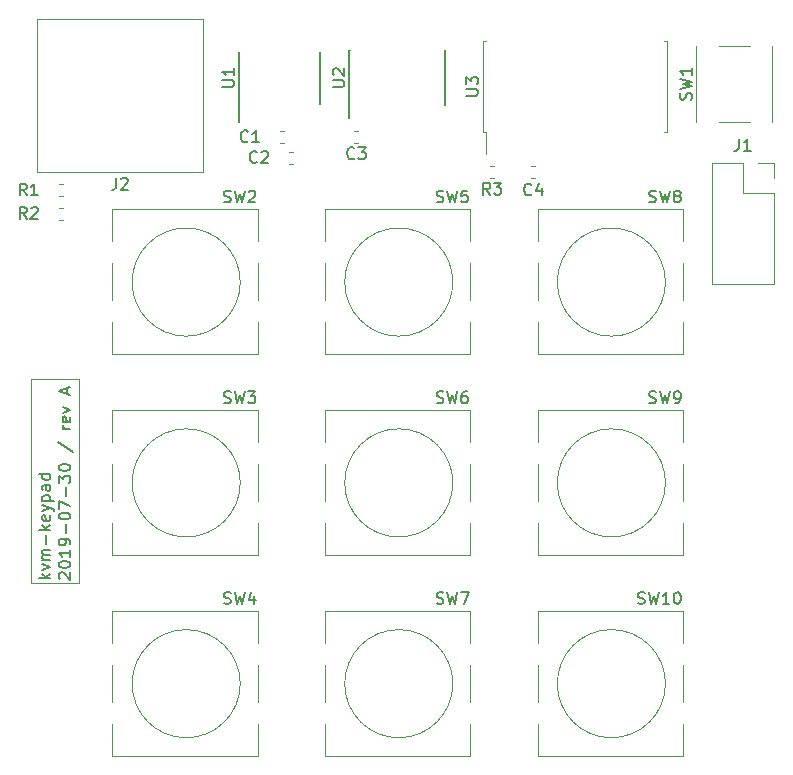
<source format=gbr>
G04 #@! TF.GenerationSoftware,KiCad,Pcbnew,5.1.2-f72e74a~84~ubuntu18.04.1*
G04 #@! TF.CreationDate,2019-07-30T17:21:04-04:00*
G04 #@! TF.ProjectId,kvm-keypad,6b766d2d-6b65-4797-9061-642e6b696361,rev?*
G04 #@! TF.SameCoordinates,Original*
G04 #@! TF.FileFunction,Legend,Top*
G04 #@! TF.FilePolarity,Positive*
%FSLAX46Y46*%
G04 Gerber Fmt 4.6, Leading zero omitted, Abs format (unit mm)*
G04 Created by KiCad (PCBNEW 5.1.2-f72e74a~84~ubuntu18.04.1) date 2019-07-30 17:21:04*
%MOMM*%
%LPD*%
G04 APERTURE LIST*
%ADD10C,0.120000*%
%ADD11C,0.200000*%
%ADD12C,0.150000*%
G04 APERTURE END LIST*
D10*
X35500000Y-61000000D02*
X31500000Y-61000000D01*
X35500000Y-78250000D02*
X35500000Y-61000000D01*
X31500000Y-78250000D02*
X35500000Y-78250000D01*
X31500000Y-61000000D02*
X31500000Y-78250000D01*
D11*
X33102380Y-77881904D02*
X32102380Y-77881904D01*
X32721428Y-77786666D02*
X33102380Y-77500952D01*
X32435714Y-77500952D02*
X32816666Y-77881904D01*
X32435714Y-77167619D02*
X33102380Y-76929523D01*
X32435714Y-76691428D01*
X33102380Y-76310476D02*
X32435714Y-76310476D01*
X32530952Y-76310476D02*
X32483333Y-76262857D01*
X32435714Y-76167619D01*
X32435714Y-76024761D01*
X32483333Y-75929523D01*
X32578571Y-75881904D01*
X33102380Y-75881904D01*
X32578571Y-75881904D02*
X32483333Y-75834285D01*
X32435714Y-75739047D01*
X32435714Y-75596190D01*
X32483333Y-75500952D01*
X32578571Y-75453333D01*
X33102380Y-75453333D01*
X32721428Y-74977142D02*
X32721428Y-74215238D01*
X33102380Y-73739047D02*
X32102380Y-73739047D01*
X32721428Y-73643809D02*
X33102380Y-73358095D01*
X32435714Y-73358095D02*
X32816666Y-73739047D01*
X33054761Y-72548571D02*
X33102380Y-72643809D01*
X33102380Y-72834285D01*
X33054761Y-72929523D01*
X32959523Y-72977142D01*
X32578571Y-72977142D01*
X32483333Y-72929523D01*
X32435714Y-72834285D01*
X32435714Y-72643809D01*
X32483333Y-72548571D01*
X32578571Y-72500952D01*
X32673809Y-72500952D01*
X32769047Y-72977142D01*
X32435714Y-72167619D02*
X33102380Y-71929523D01*
X32435714Y-71691428D02*
X33102380Y-71929523D01*
X33340476Y-72024761D01*
X33388095Y-72072380D01*
X33435714Y-72167619D01*
X32435714Y-71310476D02*
X33435714Y-71310476D01*
X32483333Y-71310476D02*
X32435714Y-71215238D01*
X32435714Y-71024761D01*
X32483333Y-70929523D01*
X32530952Y-70881904D01*
X32626190Y-70834285D01*
X32911904Y-70834285D01*
X33007142Y-70881904D01*
X33054761Y-70929523D01*
X33102380Y-71024761D01*
X33102380Y-71215238D01*
X33054761Y-71310476D01*
X33102380Y-69977142D02*
X32578571Y-69977142D01*
X32483333Y-70024761D01*
X32435714Y-70120000D01*
X32435714Y-70310476D01*
X32483333Y-70405714D01*
X33054761Y-69977142D02*
X33102380Y-70072380D01*
X33102380Y-70310476D01*
X33054761Y-70405714D01*
X32959523Y-70453333D01*
X32864285Y-70453333D01*
X32769047Y-70405714D01*
X32721428Y-70310476D01*
X32721428Y-70072380D01*
X32673809Y-69977142D01*
X33102380Y-69072380D02*
X32102380Y-69072380D01*
X33054761Y-69072380D02*
X33102380Y-69167619D01*
X33102380Y-69358095D01*
X33054761Y-69453333D01*
X33007142Y-69500952D01*
X32911904Y-69548571D01*
X32626190Y-69548571D01*
X32530952Y-69500952D01*
X32483333Y-69453333D01*
X32435714Y-69358095D01*
X32435714Y-69167619D01*
X32483333Y-69072380D01*
X33897619Y-77929523D02*
X33850000Y-77881904D01*
X33802380Y-77786666D01*
X33802380Y-77548571D01*
X33850000Y-77453333D01*
X33897619Y-77405714D01*
X33992857Y-77358095D01*
X34088095Y-77358095D01*
X34230952Y-77405714D01*
X34802380Y-77977142D01*
X34802380Y-77358095D01*
X33802380Y-76739047D02*
X33802380Y-76643809D01*
X33850000Y-76548571D01*
X33897619Y-76500952D01*
X33992857Y-76453333D01*
X34183333Y-76405714D01*
X34421428Y-76405714D01*
X34611904Y-76453333D01*
X34707142Y-76500952D01*
X34754761Y-76548571D01*
X34802380Y-76643809D01*
X34802380Y-76739047D01*
X34754761Y-76834285D01*
X34707142Y-76881904D01*
X34611904Y-76929523D01*
X34421428Y-76977142D01*
X34183333Y-76977142D01*
X33992857Y-76929523D01*
X33897619Y-76881904D01*
X33850000Y-76834285D01*
X33802380Y-76739047D01*
X34802380Y-75453333D02*
X34802380Y-76024761D01*
X34802380Y-75739047D02*
X33802380Y-75739047D01*
X33945238Y-75834285D01*
X34040476Y-75929523D01*
X34088095Y-76024761D01*
X34802380Y-74977142D02*
X34802380Y-74786666D01*
X34754761Y-74691428D01*
X34707142Y-74643809D01*
X34564285Y-74548571D01*
X34373809Y-74500952D01*
X33992857Y-74500952D01*
X33897619Y-74548571D01*
X33850000Y-74596190D01*
X33802380Y-74691428D01*
X33802380Y-74881904D01*
X33850000Y-74977142D01*
X33897619Y-75024761D01*
X33992857Y-75072380D01*
X34230952Y-75072380D01*
X34326190Y-75024761D01*
X34373809Y-74977142D01*
X34421428Y-74881904D01*
X34421428Y-74691428D01*
X34373809Y-74596190D01*
X34326190Y-74548571D01*
X34230952Y-74500952D01*
X34421428Y-74072380D02*
X34421428Y-73310476D01*
X33802380Y-72643809D02*
X33802380Y-72548571D01*
X33850000Y-72453333D01*
X33897619Y-72405714D01*
X33992857Y-72358095D01*
X34183333Y-72310476D01*
X34421428Y-72310476D01*
X34611904Y-72358095D01*
X34707142Y-72405714D01*
X34754761Y-72453333D01*
X34802380Y-72548571D01*
X34802380Y-72643809D01*
X34754761Y-72739047D01*
X34707142Y-72786666D01*
X34611904Y-72834285D01*
X34421428Y-72881904D01*
X34183333Y-72881904D01*
X33992857Y-72834285D01*
X33897619Y-72786666D01*
X33850000Y-72739047D01*
X33802380Y-72643809D01*
X33802380Y-71977142D02*
X33802380Y-71310476D01*
X34802380Y-71739047D01*
X34421428Y-70929523D02*
X34421428Y-70167619D01*
X33802380Y-69786666D02*
X33802380Y-69167619D01*
X34183333Y-69500952D01*
X34183333Y-69358095D01*
X34230952Y-69262857D01*
X34278571Y-69215238D01*
X34373809Y-69167619D01*
X34611904Y-69167619D01*
X34707142Y-69215238D01*
X34754761Y-69262857D01*
X34802380Y-69358095D01*
X34802380Y-69643809D01*
X34754761Y-69739047D01*
X34707142Y-69786666D01*
X33802380Y-68548571D02*
X33802380Y-68453333D01*
X33850000Y-68358095D01*
X33897619Y-68310476D01*
X33992857Y-68262857D01*
X34183333Y-68215238D01*
X34421428Y-68215238D01*
X34611904Y-68262857D01*
X34707142Y-68310476D01*
X34754761Y-68358095D01*
X34802380Y-68453333D01*
X34802380Y-68548571D01*
X34754761Y-68643809D01*
X34707142Y-68691428D01*
X34611904Y-68739047D01*
X34421428Y-68786666D01*
X34183333Y-68786666D01*
X33992857Y-68739047D01*
X33897619Y-68691428D01*
X33850000Y-68643809D01*
X33802380Y-68548571D01*
X33754761Y-66310476D02*
X35040476Y-67167619D01*
X34802380Y-65215238D02*
X34135714Y-65215238D01*
X34326190Y-65215238D02*
X34230952Y-65167619D01*
X34183333Y-65120000D01*
X34135714Y-65024761D01*
X34135714Y-64929523D01*
X34754761Y-64215238D02*
X34802380Y-64310476D01*
X34802380Y-64500952D01*
X34754761Y-64596190D01*
X34659523Y-64643809D01*
X34278571Y-64643809D01*
X34183333Y-64596190D01*
X34135714Y-64500952D01*
X34135714Y-64310476D01*
X34183333Y-64215238D01*
X34278571Y-64167619D01*
X34373809Y-64167619D01*
X34469047Y-64643809D01*
X34135714Y-63834285D02*
X34802380Y-63596190D01*
X34135714Y-63358095D01*
X34516666Y-62262857D02*
X34516666Y-61786666D01*
X34802380Y-62358095D02*
X33802380Y-62024761D01*
X34802380Y-61691428D01*
D10*
X52921267Y-39990000D02*
X52578733Y-39990000D01*
X52921267Y-41010000D02*
X52578733Y-41010000D01*
X53671267Y-42760000D02*
X53328733Y-42760000D01*
X53671267Y-41740000D02*
X53328733Y-41740000D01*
X59171267Y-41010000D02*
X58828733Y-41010000D01*
X59171267Y-39990000D02*
X58828733Y-39990000D01*
X73828733Y-44010000D02*
X74171267Y-44010000D01*
X73828733Y-42990000D02*
X74171267Y-42990000D01*
X93000000Y-42670000D02*
X94330000Y-42670000D01*
X94330000Y-42670000D02*
X94330000Y-44000000D01*
X91730000Y-42670000D02*
X91730000Y-45270000D01*
X91730000Y-45270000D02*
X94330000Y-45270000D01*
X94330000Y-45270000D02*
X94330000Y-52950000D01*
X89130000Y-52950000D02*
X94330000Y-52950000D01*
X89130000Y-42670000D02*
X89130000Y-52950000D01*
X89130000Y-42670000D02*
X91730000Y-42670000D01*
X46000000Y-30500000D02*
X32000000Y-30500000D01*
X46000000Y-43500000D02*
X32000000Y-43500000D01*
X46000000Y-43500000D02*
X46000000Y-30500000D01*
X32000000Y-30500000D02*
X32000000Y-43500000D01*
X33828733Y-44490000D02*
X34171267Y-44490000D01*
X33828733Y-45510000D02*
X34171267Y-45510000D01*
X33828733Y-47510000D02*
X34171267Y-47510000D01*
X33828733Y-46490000D02*
X34171267Y-46490000D01*
X70671267Y-44010000D02*
X70328733Y-44010000D01*
X70671267Y-42990000D02*
X70328733Y-42990000D01*
X87770000Y-32770000D02*
X87800000Y-32770000D01*
X94230000Y-32770000D02*
X94200000Y-32770000D01*
X94230000Y-39230000D02*
X94200000Y-39230000D01*
X87800000Y-39230000D02*
X87770000Y-39230000D01*
X89700000Y-32770000D02*
X92300000Y-32770000D01*
X87770000Y-39230000D02*
X87770000Y-32770000D01*
X89700000Y-39230000D02*
X92300000Y-39230000D01*
X94230000Y-39230000D02*
X94230000Y-32770000D01*
X38350000Y-46600000D02*
X50650000Y-46600000D01*
X50650000Y-51180000D02*
X50650000Y-54320000D01*
X50650000Y-58900000D02*
X38350000Y-58900000D01*
X38350000Y-49320000D02*
X38350000Y-46600000D01*
X49179050Y-52790000D02*
G75*
G03X49179050Y-52790000I-4579050J0D01*
G01*
X38350000Y-58900000D02*
X38350000Y-56180000D01*
X38350000Y-54320000D02*
X38350000Y-51180000D01*
X50650000Y-56180000D02*
X50650000Y-58900000D01*
X50650000Y-46600000D02*
X50650000Y-49320000D01*
X50650000Y-63600000D02*
X50650000Y-66320000D01*
X50650000Y-73180000D02*
X50650000Y-75900000D01*
X38350000Y-71320000D02*
X38350000Y-68180000D01*
X38350000Y-75900000D02*
X38350000Y-73180000D01*
X49179050Y-69790000D02*
G75*
G03X49179050Y-69790000I-4579050J0D01*
G01*
X38350000Y-66320000D02*
X38350000Y-63600000D01*
X50650000Y-75900000D02*
X38350000Y-75900000D01*
X50650000Y-68180000D02*
X50650000Y-71320000D01*
X38350000Y-63600000D02*
X50650000Y-63600000D01*
X50650000Y-80600000D02*
X50650000Y-83320000D01*
X50650000Y-90180000D02*
X50650000Y-92900000D01*
X38350000Y-88320000D02*
X38350000Y-85180000D01*
X38350000Y-92900000D02*
X38350000Y-90180000D01*
X49179050Y-86790000D02*
G75*
G03X49179050Y-86790000I-4579050J0D01*
G01*
X38350000Y-83320000D02*
X38350000Y-80600000D01*
X50650000Y-92900000D02*
X38350000Y-92900000D01*
X50650000Y-85180000D02*
X50650000Y-88320000D01*
X38350000Y-80600000D02*
X50650000Y-80600000D01*
X68650000Y-46600000D02*
X68650000Y-49320000D01*
X68650000Y-56180000D02*
X68650000Y-58900000D01*
X56350000Y-54320000D02*
X56350000Y-51180000D01*
X56350000Y-58900000D02*
X56350000Y-56180000D01*
X67179050Y-52790000D02*
G75*
G03X67179050Y-52790000I-4579050J0D01*
G01*
X56350000Y-49320000D02*
X56350000Y-46600000D01*
X68650000Y-58900000D02*
X56350000Y-58900000D01*
X68650000Y-51180000D02*
X68650000Y-54320000D01*
X56350000Y-46600000D02*
X68650000Y-46600000D01*
X56350000Y-63600000D02*
X68650000Y-63600000D01*
X68650000Y-68180000D02*
X68650000Y-71320000D01*
X68650000Y-75900000D02*
X56350000Y-75900000D01*
X56350000Y-66320000D02*
X56350000Y-63600000D01*
X67179050Y-69790000D02*
G75*
G03X67179050Y-69790000I-4579050J0D01*
G01*
X56350000Y-75900000D02*
X56350000Y-73180000D01*
X56350000Y-71320000D02*
X56350000Y-68180000D01*
X68650000Y-73180000D02*
X68650000Y-75900000D01*
X68650000Y-63600000D02*
X68650000Y-66320000D01*
X56350000Y-80600000D02*
X68650000Y-80600000D01*
X68650000Y-85180000D02*
X68650000Y-88320000D01*
X68650000Y-92900000D02*
X56350000Y-92900000D01*
X56350000Y-83320000D02*
X56350000Y-80600000D01*
X67179050Y-86790000D02*
G75*
G03X67179050Y-86790000I-4579050J0D01*
G01*
X56350000Y-92900000D02*
X56350000Y-90180000D01*
X56350000Y-88320000D02*
X56350000Y-85180000D01*
X68650000Y-90180000D02*
X68650000Y-92900000D01*
X68650000Y-80600000D02*
X68650000Y-83320000D01*
X74350000Y-46600000D02*
X86650000Y-46600000D01*
X86650000Y-51180000D02*
X86650000Y-54320000D01*
X86650000Y-58900000D02*
X74350000Y-58900000D01*
X74350000Y-49320000D02*
X74350000Y-46600000D01*
X85179050Y-52790000D02*
G75*
G03X85179050Y-52790000I-4579050J0D01*
G01*
X74350000Y-58900000D02*
X74350000Y-56180000D01*
X74350000Y-54320000D02*
X74350000Y-51180000D01*
X86650000Y-56180000D02*
X86650000Y-58900000D01*
X86650000Y-46600000D02*
X86650000Y-49320000D01*
X86650000Y-63600000D02*
X86650000Y-66320000D01*
X86650000Y-73180000D02*
X86650000Y-75900000D01*
X74350000Y-71320000D02*
X74350000Y-68180000D01*
X74350000Y-75900000D02*
X74350000Y-73180000D01*
X85179050Y-69790000D02*
G75*
G03X85179050Y-69790000I-4579050J0D01*
G01*
X74350000Y-66320000D02*
X74350000Y-63600000D01*
X86650000Y-75900000D02*
X74350000Y-75900000D01*
X86650000Y-68180000D02*
X86650000Y-71320000D01*
X74350000Y-63600000D02*
X86650000Y-63600000D01*
X86650000Y-80600000D02*
X86650000Y-83320000D01*
X86650000Y-90180000D02*
X86650000Y-92900000D01*
X74350000Y-88320000D02*
X74350000Y-85180000D01*
X74350000Y-92900000D02*
X74350000Y-90180000D01*
X85179050Y-86790000D02*
G75*
G03X85179050Y-86790000I-4579050J0D01*
G01*
X74350000Y-83320000D02*
X74350000Y-80600000D01*
X86650000Y-92900000D02*
X74350000Y-92900000D01*
X86650000Y-85180000D02*
X86650000Y-88320000D01*
X74350000Y-80600000D02*
X86650000Y-80600000D01*
D12*
X55950000Y-37725000D02*
X55950000Y-33275000D01*
X49050000Y-39250000D02*
X49050000Y-33275000D01*
X58475000Y-33175000D02*
X58500000Y-33175000D01*
X66525000Y-33175000D02*
X66500000Y-33175000D01*
X66525000Y-37825000D02*
X66500000Y-37825000D01*
X58425000Y-38900000D02*
X58425000Y-33175000D01*
X66525000Y-37825000D02*
X66525000Y-33175000D01*
D10*
X85310000Y-36250000D02*
X85310000Y-32390000D01*
X85310000Y-32390000D02*
X85045000Y-32390000D01*
X85310000Y-36250000D02*
X85310000Y-40110000D01*
X85310000Y-40110000D02*
X85045000Y-40110000D01*
X69690000Y-36250000D02*
X69690000Y-32390000D01*
X69690000Y-32390000D02*
X69955000Y-32390000D01*
X69690000Y-36250000D02*
X69690000Y-40110000D01*
X69690000Y-40110000D02*
X69955000Y-40110000D01*
X69955000Y-40110000D02*
X69955000Y-41925000D01*
D12*
X49833333Y-40857142D02*
X49785714Y-40904761D01*
X49642857Y-40952380D01*
X49547619Y-40952380D01*
X49404761Y-40904761D01*
X49309523Y-40809523D01*
X49261904Y-40714285D01*
X49214285Y-40523809D01*
X49214285Y-40380952D01*
X49261904Y-40190476D01*
X49309523Y-40095238D01*
X49404761Y-40000000D01*
X49547619Y-39952380D01*
X49642857Y-39952380D01*
X49785714Y-40000000D01*
X49833333Y-40047619D01*
X50785714Y-40952380D02*
X50214285Y-40952380D01*
X50500000Y-40952380D02*
X50500000Y-39952380D01*
X50404761Y-40095238D01*
X50309523Y-40190476D01*
X50214285Y-40238095D01*
X50583333Y-42607142D02*
X50535714Y-42654761D01*
X50392857Y-42702380D01*
X50297619Y-42702380D01*
X50154761Y-42654761D01*
X50059523Y-42559523D01*
X50011904Y-42464285D01*
X49964285Y-42273809D01*
X49964285Y-42130952D01*
X50011904Y-41940476D01*
X50059523Y-41845238D01*
X50154761Y-41750000D01*
X50297619Y-41702380D01*
X50392857Y-41702380D01*
X50535714Y-41750000D01*
X50583333Y-41797619D01*
X50964285Y-41797619D02*
X51011904Y-41750000D01*
X51107142Y-41702380D01*
X51345238Y-41702380D01*
X51440476Y-41750000D01*
X51488095Y-41797619D01*
X51535714Y-41892857D01*
X51535714Y-41988095D01*
X51488095Y-42130952D01*
X50916666Y-42702380D01*
X51535714Y-42702380D01*
X58833333Y-42287142D02*
X58785714Y-42334761D01*
X58642857Y-42382380D01*
X58547619Y-42382380D01*
X58404761Y-42334761D01*
X58309523Y-42239523D01*
X58261904Y-42144285D01*
X58214285Y-41953809D01*
X58214285Y-41810952D01*
X58261904Y-41620476D01*
X58309523Y-41525238D01*
X58404761Y-41430000D01*
X58547619Y-41382380D01*
X58642857Y-41382380D01*
X58785714Y-41430000D01*
X58833333Y-41477619D01*
X59166666Y-41382380D02*
X59785714Y-41382380D01*
X59452380Y-41763333D01*
X59595238Y-41763333D01*
X59690476Y-41810952D01*
X59738095Y-41858571D01*
X59785714Y-41953809D01*
X59785714Y-42191904D01*
X59738095Y-42287142D01*
X59690476Y-42334761D01*
X59595238Y-42382380D01*
X59309523Y-42382380D01*
X59214285Y-42334761D01*
X59166666Y-42287142D01*
X73833333Y-45357142D02*
X73785714Y-45404761D01*
X73642857Y-45452380D01*
X73547619Y-45452380D01*
X73404761Y-45404761D01*
X73309523Y-45309523D01*
X73261904Y-45214285D01*
X73214285Y-45023809D01*
X73214285Y-44880952D01*
X73261904Y-44690476D01*
X73309523Y-44595238D01*
X73404761Y-44500000D01*
X73547619Y-44452380D01*
X73642857Y-44452380D01*
X73785714Y-44500000D01*
X73833333Y-44547619D01*
X74690476Y-44785714D02*
X74690476Y-45452380D01*
X74452380Y-44404761D02*
X74214285Y-45119047D01*
X74833333Y-45119047D01*
X91396666Y-40682380D02*
X91396666Y-41396666D01*
X91349047Y-41539523D01*
X91253809Y-41634761D01*
X91110952Y-41682380D01*
X91015714Y-41682380D01*
X92396666Y-41682380D02*
X91825238Y-41682380D01*
X92110952Y-41682380D02*
X92110952Y-40682380D01*
X92015714Y-40825238D01*
X91920476Y-40920476D01*
X91825238Y-40968095D01*
X38666666Y-43952380D02*
X38666666Y-44666666D01*
X38619047Y-44809523D01*
X38523809Y-44904761D01*
X38380952Y-44952380D01*
X38285714Y-44952380D01*
X39095238Y-44047619D02*
X39142857Y-44000000D01*
X39238095Y-43952380D01*
X39476190Y-43952380D01*
X39571428Y-44000000D01*
X39619047Y-44047619D01*
X39666666Y-44142857D01*
X39666666Y-44238095D01*
X39619047Y-44380952D01*
X39047619Y-44952380D01*
X39666666Y-44952380D01*
X31083333Y-45452380D02*
X30750000Y-44976190D01*
X30511904Y-45452380D02*
X30511904Y-44452380D01*
X30892857Y-44452380D01*
X30988095Y-44500000D01*
X31035714Y-44547619D01*
X31083333Y-44642857D01*
X31083333Y-44785714D01*
X31035714Y-44880952D01*
X30988095Y-44928571D01*
X30892857Y-44976190D01*
X30511904Y-44976190D01*
X32035714Y-45452380D02*
X31464285Y-45452380D01*
X31750000Y-45452380D02*
X31750000Y-44452380D01*
X31654761Y-44595238D01*
X31559523Y-44690476D01*
X31464285Y-44738095D01*
X31083333Y-47452380D02*
X30750000Y-46976190D01*
X30511904Y-47452380D02*
X30511904Y-46452380D01*
X30892857Y-46452380D01*
X30988095Y-46500000D01*
X31035714Y-46547619D01*
X31083333Y-46642857D01*
X31083333Y-46785714D01*
X31035714Y-46880952D01*
X30988095Y-46928571D01*
X30892857Y-46976190D01*
X30511904Y-46976190D01*
X31464285Y-46547619D02*
X31511904Y-46500000D01*
X31607142Y-46452380D01*
X31845238Y-46452380D01*
X31940476Y-46500000D01*
X31988095Y-46547619D01*
X32035714Y-46642857D01*
X32035714Y-46738095D01*
X31988095Y-46880952D01*
X31416666Y-47452380D01*
X32035714Y-47452380D01*
X70333333Y-45382380D02*
X70000000Y-44906190D01*
X69761904Y-45382380D02*
X69761904Y-44382380D01*
X70142857Y-44382380D01*
X70238095Y-44430000D01*
X70285714Y-44477619D01*
X70333333Y-44572857D01*
X70333333Y-44715714D01*
X70285714Y-44810952D01*
X70238095Y-44858571D01*
X70142857Y-44906190D01*
X69761904Y-44906190D01*
X70666666Y-44382380D02*
X71285714Y-44382380D01*
X70952380Y-44763333D01*
X71095238Y-44763333D01*
X71190476Y-44810952D01*
X71238095Y-44858571D01*
X71285714Y-44953809D01*
X71285714Y-45191904D01*
X71238095Y-45287142D01*
X71190476Y-45334761D01*
X71095238Y-45382380D01*
X70809523Y-45382380D01*
X70714285Y-45334761D01*
X70666666Y-45287142D01*
X87354761Y-37333333D02*
X87402380Y-37190476D01*
X87402380Y-36952380D01*
X87354761Y-36857142D01*
X87307142Y-36809523D01*
X87211904Y-36761904D01*
X87116666Y-36761904D01*
X87021428Y-36809523D01*
X86973809Y-36857142D01*
X86926190Y-36952380D01*
X86878571Y-37142857D01*
X86830952Y-37238095D01*
X86783333Y-37285714D01*
X86688095Y-37333333D01*
X86592857Y-37333333D01*
X86497619Y-37285714D01*
X86450000Y-37238095D01*
X86402380Y-37142857D01*
X86402380Y-36904761D01*
X86450000Y-36761904D01*
X86402380Y-36428571D02*
X87402380Y-36190476D01*
X86688095Y-36000000D01*
X87402380Y-35809523D01*
X86402380Y-35571428D01*
X87402380Y-34666666D02*
X87402380Y-35238095D01*
X87402380Y-34952380D02*
X86402380Y-34952380D01*
X86545238Y-35047619D01*
X86640476Y-35142857D01*
X86688095Y-35238095D01*
X47795357Y-45994761D02*
X47938214Y-46042380D01*
X48176309Y-46042380D01*
X48271547Y-45994761D01*
X48319166Y-45947142D01*
X48366785Y-45851904D01*
X48366785Y-45756666D01*
X48319166Y-45661428D01*
X48271547Y-45613809D01*
X48176309Y-45566190D01*
X47985833Y-45518571D01*
X47890595Y-45470952D01*
X47842976Y-45423333D01*
X47795357Y-45328095D01*
X47795357Y-45232857D01*
X47842976Y-45137619D01*
X47890595Y-45090000D01*
X47985833Y-45042380D01*
X48223928Y-45042380D01*
X48366785Y-45090000D01*
X48700119Y-45042380D02*
X48938214Y-46042380D01*
X49128690Y-45328095D01*
X49319166Y-46042380D01*
X49557261Y-45042380D01*
X49890595Y-45137619D02*
X49938214Y-45090000D01*
X50033452Y-45042380D01*
X50271547Y-45042380D01*
X50366785Y-45090000D01*
X50414404Y-45137619D01*
X50462023Y-45232857D01*
X50462023Y-45328095D01*
X50414404Y-45470952D01*
X49842976Y-46042380D01*
X50462023Y-46042380D01*
X47795357Y-62994761D02*
X47938214Y-63042380D01*
X48176309Y-63042380D01*
X48271547Y-62994761D01*
X48319166Y-62947142D01*
X48366785Y-62851904D01*
X48366785Y-62756666D01*
X48319166Y-62661428D01*
X48271547Y-62613809D01*
X48176309Y-62566190D01*
X47985833Y-62518571D01*
X47890595Y-62470952D01*
X47842976Y-62423333D01*
X47795357Y-62328095D01*
X47795357Y-62232857D01*
X47842976Y-62137619D01*
X47890595Y-62090000D01*
X47985833Y-62042380D01*
X48223928Y-62042380D01*
X48366785Y-62090000D01*
X48700119Y-62042380D02*
X48938214Y-63042380D01*
X49128690Y-62328095D01*
X49319166Y-63042380D01*
X49557261Y-62042380D01*
X49842976Y-62042380D02*
X50462023Y-62042380D01*
X50128690Y-62423333D01*
X50271547Y-62423333D01*
X50366785Y-62470952D01*
X50414404Y-62518571D01*
X50462023Y-62613809D01*
X50462023Y-62851904D01*
X50414404Y-62947142D01*
X50366785Y-62994761D01*
X50271547Y-63042380D01*
X49985833Y-63042380D01*
X49890595Y-62994761D01*
X49842976Y-62947142D01*
X47795357Y-79994761D02*
X47938214Y-80042380D01*
X48176309Y-80042380D01*
X48271547Y-79994761D01*
X48319166Y-79947142D01*
X48366785Y-79851904D01*
X48366785Y-79756666D01*
X48319166Y-79661428D01*
X48271547Y-79613809D01*
X48176309Y-79566190D01*
X47985833Y-79518571D01*
X47890595Y-79470952D01*
X47842976Y-79423333D01*
X47795357Y-79328095D01*
X47795357Y-79232857D01*
X47842976Y-79137619D01*
X47890595Y-79090000D01*
X47985833Y-79042380D01*
X48223928Y-79042380D01*
X48366785Y-79090000D01*
X48700119Y-79042380D02*
X48938214Y-80042380D01*
X49128690Y-79328095D01*
X49319166Y-80042380D01*
X49557261Y-79042380D01*
X50366785Y-79375714D02*
X50366785Y-80042380D01*
X50128690Y-78994761D02*
X49890595Y-79709047D01*
X50509642Y-79709047D01*
X65795357Y-45994761D02*
X65938214Y-46042380D01*
X66176309Y-46042380D01*
X66271547Y-45994761D01*
X66319166Y-45947142D01*
X66366785Y-45851904D01*
X66366785Y-45756666D01*
X66319166Y-45661428D01*
X66271547Y-45613809D01*
X66176309Y-45566190D01*
X65985833Y-45518571D01*
X65890595Y-45470952D01*
X65842976Y-45423333D01*
X65795357Y-45328095D01*
X65795357Y-45232857D01*
X65842976Y-45137619D01*
X65890595Y-45090000D01*
X65985833Y-45042380D01*
X66223928Y-45042380D01*
X66366785Y-45090000D01*
X66700119Y-45042380D02*
X66938214Y-46042380D01*
X67128690Y-45328095D01*
X67319166Y-46042380D01*
X67557261Y-45042380D01*
X68414404Y-45042380D02*
X67938214Y-45042380D01*
X67890595Y-45518571D01*
X67938214Y-45470952D01*
X68033452Y-45423333D01*
X68271547Y-45423333D01*
X68366785Y-45470952D01*
X68414404Y-45518571D01*
X68462023Y-45613809D01*
X68462023Y-45851904D01*
X68414404Y-45947142D01*
X68366785Y-45994761D01*
X68271547Y-46042380D01*
X68033452Y-46042380D01*
X67938214Y-45994761D01*
X67890595Y-45947142D01*
X65795357Y-62994761D02*
X65938214Y-63042380D01*
X66176309Y-63042380D01*
X66271547Y-62994761D01*
X66319166Y-62947142D01*
X66366785Y-62851904D01*
X66366785Y-62756666D01*
X66319166Y-62661428D01*
X66271547Y-62613809D01*
X66176309Y-62566190D01*
X65985833Y-62518571D01*
X65890595Y-62470952D01*
X65842976Y-62423333D01*
X65795357Y-62328095D01*
X65795357Y-62232857D01*
X65842976Y-62137619D01*
X65890595Y-62090000D01*
X65985833Y-62042380D01*
X66223928Y-62042380D01*
X66366785Y-62090000D01*
X66700119Y-62042380D02*
X66938214Y-63042380D01*
X67128690Y-62328095D01*
X67319166Y-63042380D01*
X67557261Y-62042380D01*
X68366785Y-62042380D02*
X68176309Y-62042380D01*
X68081071Y-62090000D01*
X68033452Y-62137619D01*
X67938214Y-62280476D01*
X67890595Y-62470952D01*
X67890595Y-62851904D01*
X67938214Y-62947142D01*
X67985833Y-62994761D01*
X68081071Y-63042380D01*
X68271547Y-63042380D01*
X68366785Y-62994761D01*
X68414404Y-62947142D01*
X68462023Y-62851904D01*
X68462023Y-62613809D01*
X68414404Y-62518571D01*
X68366785Y-62470952D01*
X68271547Y-62423333D01*
X68081071Y-62423333D01*
X67985833Y-62470952D01*
X67938214Y-62518571D01*
X67890595Y-62613809D01*
X65795357Y-79994761D02*
X65938214Y-80042380D01*
X66176309Y-80042380D01*
X66271547Y-79994761D01*
X66319166Y-79947142D01*
X66366785Y-79851904D01*
X66366785Y-79756666D01*
X66319166Y-79661428D01*
X66271547Y-79613809D01*
X66176309Y-79566190D01*
X65985833Y-79518571D01*
X65890595Y-79470952D01*
X65842976Y-79423333D01*
X65795357Y-79328095D01*
X65795357Y-79232857D01*
X65842976Y-79137619D01*
X65890595Y-79090000D01*
X65985833Y-79042380D01*
X66223928Y-79042380D01*
X66366785Y-79090000D01*
X66700119Y-79042380D02*
X66938214Y-80042380D01*
X67128690Y-79328095D01*
X67319166Y-80042380D01*
X67557261Y-79042380D01*
X67842976Y-79042380D02*
X68509642Y-79042380D01*
X68081071Y-80042380D01*
X83795357Y-45994761D02*
X83938214Y-46042380D01*
X84176309Y-46042380D01*
X84271547Y-45994761D01*
X84319166Y-45947142D01*
X84366785Y-45851904D01*
X84366785Y-45756666D01*
X84319166Y-45661428D01*
X84271547Y-45613809D01*
X84176309Y-45566190D01*
X83985833Y-45518571D01*
X83890595Y-45470952D01*
X83842976Y-45423333D01*
X83795357Y-45328095D01*
X83795357Y-45232857D01*
X83842976Y-45137619D01*
X83890595Y-45090000D01*
X83985833Y-45042380D01*
X84223928Y-45042380D01*
X84366785Y-45090000D01*
X84700119Y-45042380D02*
X84938214Y-46042380D01*
X85128690Y-45328095D01*
X85319166Y-46042380D01*
X85557261Y-45042380D01*
X86081071Y-45470952D02*
X85985833Y-45423333D01*
X85938214Y-45375714D01*
X85890595Y-45280476D01*
X85890595Y-45232857D01*
X85938214Y-45137619D01*
X85985833Y-45090000D01*
X86081071Y-45042380D01*
X86271547Y-45042380D01*
X86366785Y-45090000D01*
X86414404Y-45137619D01*
X86462023Y-45232857D01*
X86462023Y-45280476D01*
X86414404Y-45375714D01*
X86366785Y-45423333D01*
X86271547Y-45470952D01*
X86081071Y-45470952D01*
X85985833Y-45518571D01*
X85938214Y-45566190D01*
X85890595Y-45661428D01*
X85890595Y-45851904D01*
X85938214Y-45947142D01*
X85985833Y-45994761D01*
X86081071Y-46042380D01*
X86271547Y-46042380D01*
X86366785Y-45994761D01*
X86414404Y-45947142D01*
X86462023Y-45851904D01*
X86462023Y-45661428D01*
X86414404Y-45566190D01*
X86366785Y-45518571D01*
X86271547Y-45470952D01*
X83795357Y-62994761D02*
X83938214Y-63042380D01*
X84176309Y-63042380D01*
X84271547Y-62994761D01*
X84319166Y-62947142D01*
X84366785Y-62851904D01*
X84366785Y-62756666D01*
X84319166Y-62661428D01*
X84271547Y-62613809D01*
X84176309Y-62566190D01*
X83985833Y-62518571D01*
X83890595Y-62470952D01*
X83842976Y-62423333D01*
X83795357Y-62328095D01*
X83795357Y-62232857D01*
X83842976Y-62137619D01*
X83890595Y-62090000D01*
X83985833Y-62042380D01*
X84223928Y-62042380D01*
X84366785Y-62090000D01*
X84700119Y-62042380D02*
X84938214Y-63042380D01*
X85128690Y-62328095D01*
X85319166Y-63042380D01*
X85557261Y-62042380D01*
X85985833Y-63042380D02*
X86176309Y-63042380D01*
X86271547Y-62994761D01*
X86319166Y-62947142D01*
X86414404Y-62804285D01*
X86462023Y-62613809D01*
X86462023Y-62232857D01*
X86414404Y-62137619D01*
X86366785Y-62090000D01*
X86271547Y-62042380D01*
X86081071Y-62042380D01*
X85985833Y-62090000D01*
X85938214Y-62137619D01*
X85890595Y-62232857D01*
X85890595Y-62470952D01*
X85938214Y-62566190D01*
X85985833Y-62613809D01*
X86081071Y-62661428D01*
X86271547Y-62661428D01*
X86366785Y-62613809D01*
X86414404Y-62566190D01*
X86462023Y-62470952D01*
X82842976Y-79994761D02*
X82985833Y-80042380D01*
X83223928Y-80042380D01*
X83319166Y-79994761D01*
X83366785Y-79947142D01*
X83414404Y-79851904D01*
X83414404Y-79756666D01*
X83366785Y-79661428D01*
X83319166Y-79613809D01*
X83223928Y-79566190D01*
X83033452Y-79518571D01*
X82938214Y-79470952D01*
X82890595Y-79423333D01*
X82842976Y-79328095D01*
X82842976Y-79232857D01*
X82890595Y-79137619D01*
X82938214Y-79090000D01*
X83033452Y-79042380D01*
X83271547Y-79042380D01*
X83414404Y-79090000D01*
X83747738Y-79042380D02*
X83985833Y-80042380D01*
X84176309Y-79328095D01*
X84366785Y-80042380D01*
X84604880Y-79042380D01*
X85509642Y-80042380D02*
X84938214Y-80042380D01*
X85223928Y-80042380D02*
X85223928Y-79042380D01*
X85128690Y-79185238D01*
X85033452Y-79280476D01*
X84938214Y-79328095D01*
X86128690Y-79042380D02*
X86223928Y-79042380D01*
X86319166Y-79090000D01*
X86366785Y-79137619D01*
X86414404Y-79232857D01*
X86462023Y-79423333D01*
X86462023Y-79661428D01*
X86414404Y-79851904D01*
X86366785Y-79947142D01*
X86319166Y-79994761D01*
X86223928Y-80042380D01*
X86128690Y-80042380D01*
X86033452Y-79994761D01*
X85985833Y-79947142D01*
X85938214Y-79851904D01*
X85890595Y-79661428D01*
X85890595Y-79423333D01*
X85938214Y-79232857D01*
X85985833Y-79137619D01*
X86033452Y-79090000D01*
X86128690Y-79042380D01*
X47652380Y-36261904D02*
X48461904Y-36261904D01*
X48557142Y-36214285D01*
X48604761Y-36166666D01*
X48652380Y-36071428D01*
X48652380Y-35880952D01*
X48604761Y-35785714D01*
X48557142Y-35738095D01*
X48461904Y-35690476D01*
X47652380Y-35690476D01*
X48652380Y-34690476D02*
X48652380Y-35261904D01*
X48652380Y-34976190D02*
X47652380Y-34976190D01*
X47795238Y-35071428D01*
X47890476Y-35166666D01*
X47938095Y-35261904D01*
X57002380Y-36261904D02*
X57811904Y-36261904D01*
X57907142Y-36214285D01*
X57954761Y-36166666D01*
X58002380Y-36071428D01*
X58002380Y-35880952D01*
X57954761Y-35785714D01*
X57907142Y-35738095D01*
X57811904Y-35690476D01*
X57002380Y-35690476D01*
X57097619Y-35261904D02*
X57050000Y-35214285D01*
X57002380Y-35119047D01*
X57002380Y-34880952D01*
X57050000Y-34785714D01*
X57097619Y-34738095D01*
X57192857Y-34690476D01*
X57288095Y-34690476D01*
X57430952Y-34738095D01*
X58002380Y-35309523D01*
X58002380Y-34690476D01*
X68302380Y-37011904D02*
X69111904Y-37011904D01*
X69207142Y-36964285D01*
X69254761Y-36916666D01*
X69302380Y-36821428D01*
X69302380Y-36630952D01*
X69254761Y-36535714D01*
X69207142Y-36488095D01*
X69111904Y-36440476D01*
X68302380Y-36440476D01*
X68302380Y-36059523D02*
X68302380Y-35440476D01*
X68683333Y-35773809D01*
X68683333Y-35630952D01*
X68730952Y-35535714D01*
X68778571Y-35488095D01*
X68873809Y-35440476D01*
X69111904Y-35440476D01*
X69207142Y-35488095D01*
X69254761Y-35535714D01*
X69302380Y-35630952D01*
X69302380Y-35916666D01*
X69254761Y-36011904D01*
X69207142Y-36059523D01*
M02*

</source>
